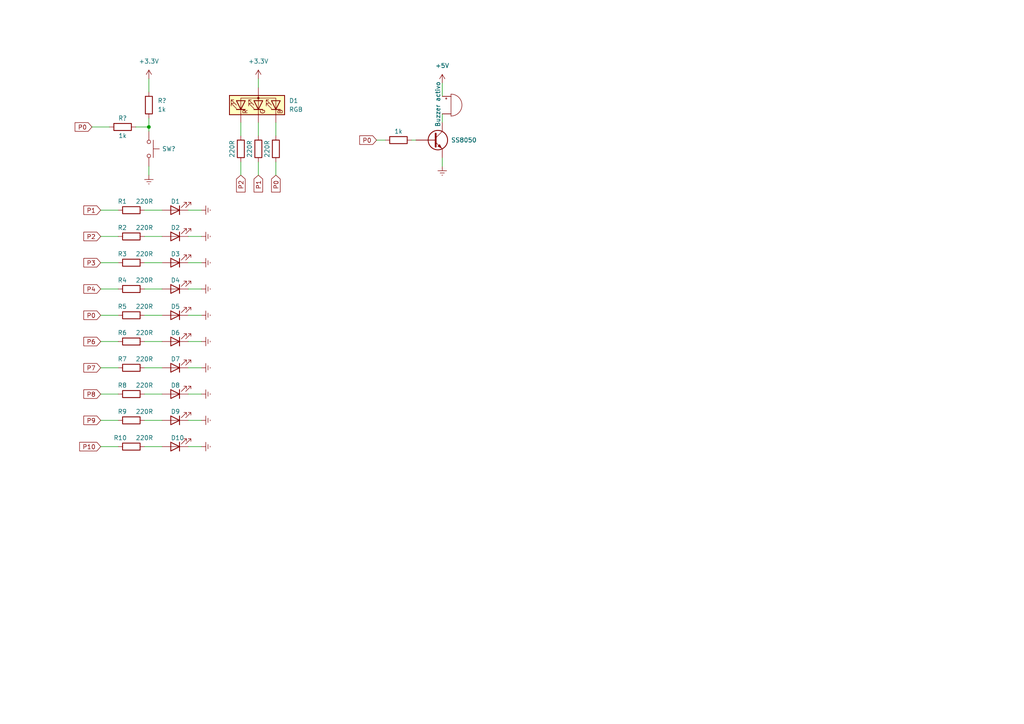
<source format=kicad_sch>
(kicad_sch (version 20211123) (generator eeschema)
  (paper "A4")
  (lib_symbols
    (symbol "Device:Buzzer" (pin_numbers hide) (pin_names (offset 0.0254) hide)
      (property "Reference" "BZ" (at 3.81 1.27 0))
      (property "Value" "Buzzer" (at 3.81 -1.27 0))
      (symbol "Buzzer_0_1"
        (arc (start 0 -3.175) (mid 3.175 0) (end 0 3.175))
        (polyline (pts (xy -1.651 1.905) (xy -1.143 1.905)))
        (polyline (pts (xy -1.397 2.159) (xy -1.397 1.651)))
        (polyline (pts (xy 0 3.175) (xy 0 -3.175)))
      )
      (symbol "Buzzer_1_1"
        (pin passive line (at -2.54 2.54 0) (length 2.54) (name "-") (number "1"))
        (pin passive line (at -2.54 -2.54 0) (length 2.54) (name "+") (number "2"))
      )
    )
    (symbol "Device:LED" (pin_numbers hide) (pin_names (offset 1.016) hide)
      (property "Reference" "D" (at 0 2.54 0))
      (property "Value" "LED" (at 0 -2.54 0))
      (symbol "LED_0_1"
        (polyline (pts (xy -1.27 -1.27) (xy -1.27 1.27)) (stroke (width 0.254)))
        (polyline (pts (xy -1.27 0) (xy 1.27 0)))
        (polyline (pts (xy 1.27 -1.27) (xy 1.27 1.27) (xy -1.27 0) (xy 1.27 -1.27)) (stroke (width 0.254)))
        (polyline (pts (xy -3.048 -0.762) (xy -4.572 -2.286) (xy -3.81 -2.286) (xy -4.572 -2.286) (xy -4.572 -1.524)))
        (polyline (pts (xy -1.778 -0.762) (xy -3.302 -2.286) (xy -2.54 -2.286) (xy -3.302 -2.286) (xy -3.302 -1.524)))
      )
      (symbol "LED_1_1"
        (pin passive line (at -3.81 0 0) (length 2.54) (name "K") (number "1"))
        (pin passive line (at 3.81 0 180) (length 2.54) (name "A") (number "2"))
      )
    )
    (symbol "Device:LED_RGBA" (pin_numbers hide) (pin_names (offset 0) hide)
      (property "Reference" "D" (at 0 9.398 0))
      (property "Value" "LED_RGBA" (at 0 -8.89 0))
      (symbol "LED_RGBA_0_0"
        (text "B" (at -1.905 -6.35 0) (effects (font (size 1.27 1.27))))
        (text "G" (at -1.905 -1.27 0) (effects (font (size 1.27 1.27))))
        (text "R" (at -1.905 3.81 0) (effects (font (size 1.27 1.27))))
      )
      (symbol "LED_RGBA_0_1"
        (polyline (pts (xy -1.27 -5.08) (xy -2.54 -5.08)))
        (polyline (pts (xy -1.27 -5.08) (xy 1.27 -5.08)))
        (polyline (pts (xy -1.27 -3.81) (xy -1.27 -6.35)) (stroke (width 0.254)))
        (polyline (pts (xy -1.27 0) (xy -2.54 0)))
        (polyline (pts (xy -1.27 1.27) (xy -1.27 -1.27)) (stroke (width 0.254)))
        (polyline (pts (xy -1.27 5.08) (xy -2.54 5.08)))
        (polyline (pts (xy -1.27 5.08) (xy 1.27 5.08)))
        (polyline (pts (xy -1.27 6.35) (xy -1.27 3.81)) (stroke (width 0.254)))
        (polyline (pts (xy 1.27 0) (xy -1.27 0)))
        (polyline (pts (xy 1.27 0) (xy 2.54 0)))
        (polyline (pts (xy -1.27 1.27) (xy -1.27 -1.27) (xy -1.27 -1.27)))
        (polyline (pts (xy -1.27 6.35) (xy -1.27 3.81) (xy -1.27 3.81)))
        (polyline (pts (xy 1.27 -5.08) (xy 2.032 -5.08) (xy 2.032 5.08) (xy 1.27 5.08)))
        (polyline (pts (xy 1.27 -3.81) (xy 1.27 -6.35) (xy -1.27 -5.08) (xy 1.27 -3.81)) (stroke (width 0.254)))
        (polyline (pts (xy 1.27 1.27) (xy 1.27 -1.27) (xy -1.27 0) (xy 1.27 1.27)) (stroke (width 0.254)))
        (polyline (pts (xy 1.27 6.35) (xy 1.27 3.81) (xy -1.27 5.08) (xy 1.27 6.35)) (stroke (width 0.254)))
        (polyline (pts (xy -1.016 -3.81) (xy 0.508 -2.286) (xy -0.254 -2.286) (xy 0.508 -2.286) (xy 0.508 -3.048)))
        (polyline (pts (xy -1.016 1.27) (xy 0.508 2.794) (xy -0.254 2.794) (xy 0.508 2.794) (xy 0.508 2.032)))
        (polyline (pts (xy -1.016 6.35) (xy 0.508 7.874) (xy -0.254 7.874) (xy 0.508 7.874) (xy 0.508 7.112)))
        (polyline (pts (xy 0 -3.81) (xy 1.524 -2.286) (xy 0.762 -2.286) (xy 1.524 -2.286) (xy 1.524 -3.048)))
        (polyline (pts (xy 0 1.27) (xy 1.524 2.794) (xy 0.762 2.794) (xy 1.524 2.794) (xy 1.524 2.032)))
        (polyline (pts (xy 0 6.35) (xy 1.524 7.874) (xy 0.762 7.874) (xy 1.524 7.874) (xy 1.524 7.112)))
        (rectangle (start 1.27 -1.27) (end 1.27 1.27))
        (rectangle (start 1.27 1.27) (end 1.27 1.27))
        (rectangle (start 1.27 3.81) (end 1.27 6.35))
        (rectangle (start 1.27 6.35) (end 1.27 6.35))
        (circle (center 2.032 0) (radius 0.254) (fill (type outline)))
        (rectangle (start 2.794 8.382) (end -2.794 -7.62) (stroke (width 0.254)) (fill (type background)))
      )
      (symbol "LED_RGBA_1_1"
        (pin passive line (at -5.08 5.08 0) (length 2.54) (name "RK") (number "1"))
        (pin passive line (at -5.08 0 0) (length 2.54) (name "GK") (number "2"))
        (pin passive line (at -5.08 -5.08 0) (length 2.54) (name "BK") (number "3"))
        (pin passive line (at 5.08 0 180) (length 2.54) (name "A") (number "4"))
      )
    )
    (symbol "Device:R" (pin_numbers hide) (pin_names (offset 0))
      (property "Reference" "R" (at 2.032 0 90))
      (property "Value" "R" (at 0 0 90))
      (symbol "R_0_1"
        (rectangle (start -1.016 -2.54) (end 1.016 2.54) (stroke (width 0.254)))
      )
      (symbol "R_1_1"
        (pin passive line (at 0 3.81 270) (length 1.27) (name "~") (number "1"))
        (pin passive line (at 0 -3.81 90) (length 1.27) (name "~") (number "2"))
      )
    )
    (symbol "Switch:SW_Push" (pin_numbers hide) (pin_names (offset 1.016) hide)
      (property "Reference" "SW" (at 1.27 2.54 0))
      (property "Value" "SW_Push" (at 0 -1.524 0))
      (symbol "SW_Push_0_1"
        (circle (center -2.032 0) (radius 0.508))
        (polyline (pts (xy 0 1.27) (xy 0 3.048)))
        (polyline (pts (xy 2.54 1.27) (xy -2.54 1.27)))
        (circle (center 2.032 0) (radius 0.508))
        (pin passive line (at -5.08 0 0) (length 2.54) (name "1") (number "1"))
        (pin passive line (at 5.08 0 180) (length 2.54) (name "2") (number "2"))
      )
    )
    (symbol "Transistor_BJT:2N3904" (pin_numbers hide) (pin_names (offset 0) hide)
      (property "Reference" "Q" (at 5.08 1.905 0))
      (property "Value" "2N3904" (at 5.08 0 0))
      (symbol "2N3904_0_1"
        (polyline (pts (xy 0.635 0.635) (xy 2.54 2.54)))
        (polyline (pts (xy 0.635 -0.635) (xy 2.54 -2.54) (xy 2.54 -2.54)))
        (polyline (pts (xy 0.635 1.905) (xy 0.635 -1.905) (xy 0.635 -1.905)) (stroke (width 0.508)))
        (polyline (pts (xy 1.27 -1.778) (xy 1.778 -1.27) (xy 2.286 -2.286) (xy 1.27 -1.778) (xy 1.27 -1.778)) (fill (type outline)))
        (circle (center 1.27 0) (radius 2.8194) (stroke (width 0.254)))
      )
      (symbol "2N3904_1_1"
        (pin passive line (at 2.54 -5.08 90) (length 2.54) (name "E") (number "1"))
        (pin passive line (at -5.08 0 0) (length 5.715) (name "B") (number "2"))
        (pin passive line (at 2.54 5.08 270) (length 2.54) (name "C") (number "3"))
      )
    )
    (symbol "power:+3.3V" (power) (pin_names (offset 0))
      (property "Value" "+3.3V" (at 0 3.556 0))
      (symbol "+3.3V_0_1"
        (polyline (pts (xy -0.762 1.27) (xy 0 2.54)))
        (polyline (pts (xy 0 0) (xy 0 2.54)))
        (polyline (pts (xy 0 2.54) (xy 0.762 1.27)))
      )
      (symbol "+3.3V_1_1"
        (pin power_in line (at 0 0 90) (length 0) hide (name "+3.3V") (number "1"))
      )
    )
    (symbol "power:+5V" (power) (pin_names (offset 0))
      (property "Value" "+5V" (at 0 3.556 0))
      (symbol "+5V_0_1"
        (polyline (pts (xy -0.762 1.27) (xy 0 2.54)))
        (polyline (pts (xy 0 0) (xy 0 2.54)))
        (polyline (pts (xy 0 2.54) (xy 0.762 1.27)))
      )
      (symbol "+5V_1_1"
        (pin power_in line (at 0 0 90) (length 0) hide (name "+5V") (number "1"))
      )
    )
    (symbol "power:GNDREF" (power) (pin_names (offset 0))
      (property "Value" "GNDREF" (at 0 -3.81 0))
      (symbol "GNDREF_0_1"
        (polyline (pts (xy -0.635 -1.905) (xy 0.635 -1.905)))
        (polyline (pts (xy -0.127 -2.54) (xy 0.127 -2.54)))
        (polyline (pts (xy 0 -1.27) (xy 0 0)))
        (polyline (pts (xy 1.27 -1.27) (xy -1.27 -1.27)))
      )
      (symbol "GNDREF_1_1"
        (pin power_in line (at 0 0 270) (length 0) hide (name "GNDREF") (number "1"))
      )
    )
  )
  (junction (at 43.18 36.83))
  (wire (pts (xy 29.21 121.92) (xy 34.29 121.92)))
  (wire (pts (xy 69.85 46.99) (xy 69.85 50.8)))
  (wire (pts (xy 128.27 24.13) (xy 128.27 27.94)))
  (wire (pts (xy 29.21 99.06) (xy 34.29 99.06)))
  (wire (pts (xy 43.18 36.83) (xy 43.18 38.1)))
  (wire (pts (xy 109.22 40.64) (xy 111.76 40.64)))
  (wire (pts (xy 119.38 40.64) (xy 120.65 40.64)))
  (wire (pts (xy 80.01 46.99) (xy 80.01 50.8)))
  (wire (pts (xy 29.21 91.44) (xy 34.29 91.44)))
  (wire (pts (xy 69.85 35.56) (xy 69.85 39.37)))
  (wire (pts (xy 54.61 91.44) (xy 58.42 91.44)))
  (wire (pts (xy 54.61 129.54) (xy 58.42 129.54)))
  (wire (pts (xy 80.01 35.56) (xy 80.01 39.37)))
  (wire (pts (xy 54.61 99.06) (xy 58.42 99.06)))
  (wire (pts (xy 41.91 129.54) (xy 46.99 129.54)))
  (wire (pts (xy 54.61 60.96) (xy 58.42 60.96)))
  (wire (pts (xy 41.91 106.68) (xy 46.99 106.68)))
  (wire (pts (xy 29.21 106.68) (xy 34.29 106.68)))
  (wire (pts (xy 41.91 60.96) (xy 46.99 60.96)))
  (wire (pts (xy 43.18 48.26) (xy 43.18 50.8)))
  (wire (pts (xy 41.91 99.06) (xy 46.99 99.06)))
  (wire (pts (xy 54.61 106.68) (xy 58.42 106.68)))
  (wire (pts (xy 54.61 114.3) (xy 58.42 114.3)))
  (wire (pts (xy 41.91 83.82) (xy 46.99 83.82)))
  (wire (pts (xy 29.21 83.82) (xy 34.29 83.82)))
  (wire (pts (xy 29.21 68.58) (xy 34.29 68.58)))
  (wire (pts (xy 74.93 46.99) (xy 74.93 50.8)))
  (wire (pts (xy 29.21 129.54) (xy 34.29 129.54)))
  (wire (pts (xy 43.18 34.29) (xy 43.18 36.83)))
  (wire (pts (xy 54.61 121.92) (xy 58.42 121.92)))
  (wire (pts (xy 54.61 68.58) (xy 58.42 68.58)))
  (wire (pts (xy 41.91 76.2) (xy 46.99 76.2)))
  (wire (pts (xy 39.37 36.83) (xy 43.18 36.83)))
  (wire (pts (xy 128.27 33.02) (xy 128.27 35.56)))
  (wire (pts (xy 41.91 68.58) (xy 46.99 68.58)))
  (wire (pts (xy 29.21 114.3) (xy 34.29 114.3)))
  (wire (pts (xy 54.61 76.2) (xy 58.42 76.2)))
  (wire (pts (xy 29.21 60.96) (xy 34.29 60.96)))
  (wire (pts (xy 41.91 114.3) (xy 46.99 114.3)))
  (wire (pts (xy 43.18 22.86) (xy 43.18 26.67)))
  (wire (pts (xy 41.91 121.92) (xy 46.99 121.92)))
  (wire (pts (xy 29.21 76.2) (xy 34.29 76.2)))
  (wire (pts (xy 26.67 36.83) (xy 31.75 36.83)))
  (wire (pts (xy 41.91 91.44) (xy 46.99 91.44)))
  (wire (pts (xy 54.61 83.82) (xy 58.42 83.82)))
  (wire (pts (xy 128.27 45.72) (xy 128.27 48.26)))
  (wire (pts (xy 74.93 35.56) (xy 74.93 39.37)))
  (wire (pts (xy 74.93 22.86) (xy 74.93 25.4)))
  (global_label "P1" (shape input) (at 74.93 50.8 270) (property "Referencias entre hojas" "${INTERSHEET_REFS}" (effects hide)))
  (global_label "P10" (shape input) (at 29.21 129.54 180) (property "Referencias entre hojas" "${INTERSHEET_REFS}" (effects hide)))
  (global_label "P9" (shape input) (at 29.21 121.92 180) (property "Referencias entre hojas" "${INTERSHEET_REFS}" (effects hide)))
  (global_label "P1" (shape input) (at 29.21 60.96 180) (property "Referencias entre hojas" "${INTERSHEET_REFS}" (effects hide)))
  (global_label "P8" (shape input) (at 29.21 114.3 180) (property "Referencias entre hojas" "${INTERSHEET_REFS}" (effects hide)))
  (global_label "P0" (shape input) (at 109.22 40.64 180) (property "Referencias entre hojas" "${INTERSHEET_REFS}" (effects hide)))
  (global_label "P0" (shape input) (at 26.67 36.83 180) (property "Referencias entre hojas" "${INTERSHEET_REFS}" (effects hide)))
  (global_label "P0" (shape input) (at 80.01 50.8 270) (property "Referencias entre hojas" "${INTERSHEET_REFS}" (effects hide)))
  (global_label "P2" (shape input) (at 69.85 50.8 270) (property "Referencias entre hojas" "${INTERSHEET_REFS}" (effects hide)))
  (global_label "P7" (shape input) (at 29.21 106.68 180) (property "Referencias entre hojas" "${INTERSHEET_REFS}" (effects hide)))
  (global_label "P0" (shape input) (at 29.21 91.44 180) (property "Referencias entre hojas" "${INTERSHEET_REFS}" (effects hide)))
  (global_label "P4" (shape input) (at 29.21 83.82 180) (property "Referencias entre hojas" "${INTERSHEET_REFS}" (effects hide)))
  (global_label "P2" (shape input) (at 29.21 68.58 180) (property "Referencias entre hojas" "${INTERSHEET_REFS}" (effects hide)))
  (global_label "P3" (shape input) (at 29.21 76.2 180) (property "Referencias entre hojas" "${INTERSHEET_REFS}" (effects hide)))
  (global_label "P6" (shape input) (at 29.21 99.06 180) (property "Referencias entre hojas" "${INTERSHEET_REFS}" (effects hide)))
  (symbol (lib_id "power:GNDREF") (at 58.42 76.2 90) (unit 1)
    (property "Reference" "#PWR?" (effects hide))
    (property "Value" "GNDREF" (effects hide))
  )
  (symbol (lib_id "Device:LED") (at 50.8 83.82 180) (unit 1)
    (property "Reference" "D4" (at 49.53 81.28 0) (effects (justify right)))
    (property "Value" "LED" (effects hide))
  )
  (symbol (lib_id "power:GNDREF") (at 58.42 83.82 90) (unit 1)
    (property "Reference" "#PWR?" (effects hide))
    (property "Value" "GNDREF" (effects hide))
  )
  (symbol (lib_id "Device:LED") (at 50.8 129.54 180) (unit 1)
    (property "Reference" "D10" (at 49.53 127 0) (effects (justify right)))
    (property "Value" "LED" (effects hide))
  )
  (symbol (lib_id "Device:R") (at 80.01 43.18 0) (unit 1)
    (property "Reference" "R?" (effects hide))
    (property "Value" "220R" (at 77.47 40.64 90) (effects (justify right)))
  )
  (symbol (lib_id "Device:LED") (at 50.8 76.2 180) (unit 1)
    (property "Reference" "D3" (at 49.53 73.66 0) (effects (justify right)))
    (property "Value" "LED" (effects hide))
  )
  (symbol (lib_id "Device:R") (at 38.1 129.54 270) (unit 1)
    (property "Reference" "R10" (at 36.83 127 90) (effects (justify right)))
    (property "Value" "220R" (at 44.45 127 90) (effects (justify right)))
  )
  (symbol (lib_id "Device:LED") (at 50.8 114.3 180) (unit 1)
    (property "Reference" "D8" (at 49.53 111.76 0) (effects (justify right)))
    (property "Value" "LED" (effects hide))
  )
  (symbol (lib_id "power:GNDREF") (at 58.42 106.68 90) (unit 1)
    (property "Reference" "#PWR?" (effects hide))
    (property "Value" "GNDREF" (effects hide))
  )
  (symbol (lib_id "Switch:SW_Push") (at 43.18 43.18 270) (unit 1)
    (property "Reference" "SW?" (at 46.99 43.1799 90) (effects (justify left)))
    (property "Value" "SW_Push" (effects hide))
  )
  (symbol (lib_id "power:GNDREF") (at 58.42 99.06 90) (unit 1)
    (property "Reference" "#PWR?" (effects hide))
    (property "Value" "GNDREF" (effects hide))
  )
  (symbol (lib_id "Device:LED") (at 50.8 68.58 180) (unit 1)
    (property "Reference" "D2" (at 49.53 66.04 0) (effects (justify right)))
    (property "Value" "LED" (effects hide))
  )
  (symbol (lib_id "Device:LED") (at 50.8 121.92 180) (unit 1)
    (property "Reference" "D9" (at 49.53 119.38 0) (effects (justify right)))
    (property "Value" "LED" (effects hide))
  )
  (symbol (lib_id "Device:LED") (at 50.8 106.68 180) (unit 1)
    (property "Reference" "D7" (at 49.53 104.14 0) (effects (justify right)))
    (property "Value" "LED" (effects hide))
  )
  (symbol (lib_id "power:GNDREF") (at 58.42 68.58 90) (unit 1)
    (property "Reference" "#PWR?" (effects hide))
    (property "Value" "GNDREF" (effects hide))
  )
  (symbol (lib_id "power:GNDREF") (at 58.42 114.3 90) (unit 1)
    (property "Reference" "#PWR?" (effects hide))
    (property "Value" "GNDREF" (effects hide))
  )
  (symbol (lib_id "power:GNDREF") (at 58.42 121.92 90) (unit 1)
    (property "Reference" "#PWR?" (effects hide))
    (property "Value" "GNDREF" (effects hide))
  )
  (symbol (lib_id "Device:R") (at 38.1 106.68 270) (unit 1)
    (property "Reference" "R7" (at 36.83 104.14 90) (effects (justify right)))
    (property "Value" "220R" (at 44.45 104.14 90) (effects (justify right)))
  )
  (symbol (lib_id "Device:R") (at 38.1 68.58 270) (unit 1)
    (property "Reference" "R2" (at 36.83 66.04 90) (effects (justify right)))
    (property "Value" "220R" (at 44.45 66.04 90) (effects (justify right)))
  )
  (symbol (lib_id "Device:R") (at 38.1 114.3 270) (unit 1)
    (property "Reference" "R8" (at 36.83 111.76 90) (effects (justify right)))
    (property "Value" "220R" (at 44.45 111.76 90) (effects (justify right)))
  )
  (symbol (lib_id "Device:R") (at 69.85 43.18 0) (unit 1)
    (property "Reference" "R?" (effects hide))
    (property "Value" "220R" (at 67.31 40.64 90) (effects (justify right)))
  )
  (symbol (lib_id "power:+3.3V") (at 43.18 22.86 0) (unit 1)
    (property "Reference" "#PWR?" (effects hide))
    (property "Value" "+3.3V" (at 43.18 17.78 0))
  )
  (symbol (lib_id "power:GNDREF") (at 128.27 48.26 0) (unit 1)
    (property "Reference" "#PWR?" (effects hide))
    (property "Value" "GNDREF" (effects hide))
  )
  (symbol (lib_id "power:+3.3V") (at 74.93 22.86 0) (unit 1)
    (property "Reference" "#PWR?" (effects hide))
    (property "Value" "+3.3V" (at 74.93 17.78 0))
  )
  (symbol (lib_id "Device:R") (at 38.1 91.44 270) (unit 1)
    (property "Reference" "R5" (at 36.83 88.9 90) (effects (justify right)))
    (property "Value" "220R" (at 44.45 88.9 90) (effects (justify right)))
  )
  (symbol (lib_id "power:GNDREF") (at 58.42 91.44 90) (unit 1)
    (property "Reference" "#PWR?" (effects hide))
    (property "Value" "GNDREF" (effects hide))
  )
  (symbol (lib_id "Device:LED") (at 50.8 91.44 180) (unit 1)
    (property "Reference" "D5" (at 49.53 88.9 0) (effects (justify right)))
    (property "Value" "LED" (effects hide))
  )
  (symbol (lib_id "Device:R") (at 38.1 99.06 270) (unit 1)
    (property "Reference" "R6" (at 36.83 96.52 90) (effects (justify right)))
    (property "Value" "220R" (at 44.45 96.52 90) (effects (justify right)))
  )
  (symbol (lib_id "Device:R") (at 115.57 40.64 270) (unit 1)
    (property "Reference" "R?" (effects hide))
    (property "Value" "1k" (at 115.57 38.1 90))
  )
  (symbol (lib_id "power:+5V") (at 128.27 24.13 0) (unit 1)
    (property "Reference" "#PWR?" (effects hide))
    (property "Value" "+5V" (at 128.27 19.05 0))
  )
  (symbol (lib_id "Device:R") (at 38.1 83.82 270) (unit 1)
    (property "Reference" "R4" (at 36.83 81.28 90) (effects (justify right)))
    (property "Value" "220R" (at 44.45 81.28 90) (effects (justify right)))
  )
  (symbol (lib_id "Device:R") (at 38.1 60.96 270) (unit 1)
    (property "Reference" "R1" (at 36.83 58.42 90) (effects (justify right)))
    (property "Value" "220R" (at 44.45 58.42 90) (effects (justify right)))
  )
  (symbol (lib_id "Device:R") (at 74.93 43.18 0) (unit 1)
    (property "Reference" "R?" (effects hide))
    (property "Value" "220R" (at 72.39 40.64 90) (effects (justify right)))
  )
  (symbol (lib_id "Device:R") (at 38.1 121.92 270) (unit 1)
    (property "Reference" "R9" (at 36.83 119.38 90) (effects (justify right)))
    (property "Value" "220R" (at 44.45 119.38 90) (effects (justify right)))
  )
  (symbol (lib_id "power:GNDREF") (at 58.42 129.54 90) (unit 1)
    (property "Reference" "#PWR?" (effects hide))
    (property "Value" "GNDREF" (effects hide))
  )
  (symbol (lib_id "Device:R") (at 38.1 76.2 270) (unit 1)
    (property "Reference" "R3" (at 36.83 73.66 90) (effects (justify right)))
    (property "Value" "220R" (at 44.45 73.66 90) (effects (justify right)))
  )
  (symbol (lib_id "Device:LED") (at 50.8 60.96 180) (unit 1)
    (property "Reference" "D1" (at 49.53 58.42 0) (effects (justify right)))
    (property "Value" "LED" (effects hide))
  )
  (symbol (lib_id "Transistor_BJT:2N3904") (at 125.73 40.64 0) (unit 1)
    (property "Reference" "Q?" (effects hide))
    (property "Value" "SS8050" (at 130.81 40.64 0) (effects (justify left)))
    (property "Footprint" "Package_TO_SOT_THT:TO-92_Inline" (effects hide))
    (property "Datasheet" "https://www.onsemi.com/pub/Collateral/2N3903-D.PDF" (effects hide))
  )
  (symbol (lib_id "power:GNDREF") (at 58.42 60.96 90) (unit 1)
    (property "Reference" "#PWR?" (effects hide))
    (property "Value" "GNDREF" (effects hide))
  )
  (symbol (lib_id "power:GNDREF") (at 43.18 50.8 0) (unit 1)
    (property "Reference" "#PWR?" (effects hide))
    (property "Value" "GNDREF" (effects hide))
  )
  (symbol (lib_id "Device:LED") (at 50.8 99.06 180) (unit 1)
    (property "Reference" "D6" (at 49.53 96.52 0) (effects (justify right)))
    (property "Value" "LED" (effects hide))
  )
  (symbol (lib_id "Device:Buzzer") (at 130.81 30.48 0) (unit 1)
    (property "Reference" "BZ?" (effects hide))
    (property "Value" "Buzzer activo" (at 127 36.83 90) (effects (justify left)))
  )
  (symbol (lib_id "Device:R") (at 35.56 36.83 270) (unit 1)
    (property "Reference" "R?" (at 35.56 34.29 90))
    (property "Value" "1k" (at 35.56 39.37 90))
  )
  (symbol (lib_id "Device:R") (at 43.18 30.48 180) (unit 1)
    (property "Reference" "R?" (at 45.72 29.2099 0) (effects (justify right)))
    (property "Value" "1k" (at 45.72 31.7499 0) (effects (justify right)))
  )
  (symbol (lib_id "Device:LED_RGBA") (at 74.93 30.48 90) (unit 1)
    (property "Reference" "D1" (at 83.82 29.2099 90) (effects (justify right)))
    (property "Value" "RGB" (at 83.82 31.7499 90) (effects (justify right)))
  )
)
</source>
